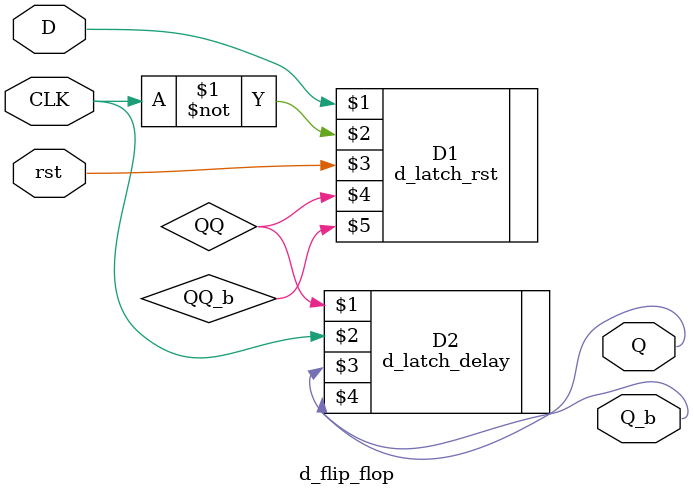
<source format=sv>
`timescale 1ns/1ns

module d_flip_flop(input D, CLK, rst, output Q, Q_b);
	wire QQ, QQ_b;
	d_latch_rst D1(D, ~CLK, rst, QQ, QQ_b);
	d_latch_delay D2(QQ, CLK, Q, Q_b);
endmodule
		

</source>
